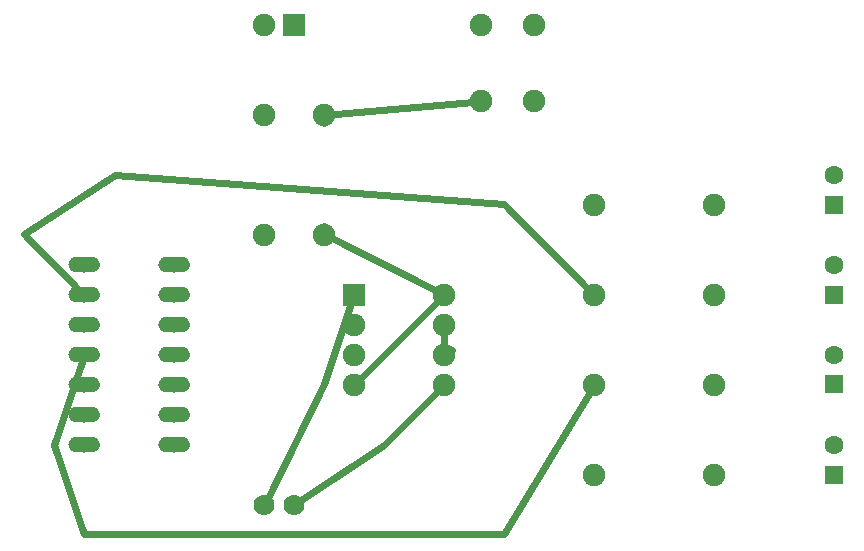
<source format=gbl>
G04 MADE WITH FRITZING*
G04 WWW.FRITZING.ORG*
G04 DOUBLE SIDED*
G04 HOLES PLATED*
G04 CONTOUR ON CENTER OF CONTOUR VECTOR*
%ASAXBY*%
%FSLAX23Y23*%
%MOIN*%
%OFA0B0*%
%SFA1.0B1.0*%
%ADD10C,0.075000*%
%ADD11C,0.070000*%
%ADD12C,0.062992*%
%ADD13C,0.052000*%
%ADD14R,0.075000X0.075000*%
%ADD15R,0.062992X0.062992*%
%ADD16C,0.024000*%
%ADD17R,0.001000X0.001000*%
%LNCOPPER0*%
G90*
G70*
G54D10*
X1197Y1629D03*
X1197Y1229D03*
X997Y1629D03*
X997Y1229D03*
X1097Y1929D03*
X997Y1929D03*
G54D11*
X997Y329D03*
X1098Y329D03*
G54D10*
X1297Y1029D03*
X1597Y1029D03*
X1297Y929D03*
X1597Y929D03*
X1297Y829D03*
X1597Y829D03*
X1297Y729D03*
X1597Y729D03*
G54D12*
X2897Y1329D03*
X2897Y1427D03*
X2897Y730D03*
X2897Y829D03*
X2897Y1029D03*
X2897Y1127D03*
X2897Y429D03*
X2897Y527D03*
G54D10*
X1720Y1673D03*
X1720Y1929D03*
X1897Y1673D03*
X1897Y1929D03*
X2097Y1029D03*
X2497Y1029D03*
X2097Y729D03*
X2497Y729D03*
X2097Y1329D03*
X2497Y1329D03*
X2097Y429D03*
X2497Y429D03*
G54D13*
X397Y1129D03*
X397Y1029D03*
X397Y929D03*
X397Y829D03*
X397Y729D03*
X397Y629D03*
X397Y529D03*
X697Y529D03*
X697Y629D03*
X697Y729D03*
X697Y829D03*
X697Y929D03*
X697Y1029D03*
X697Y1129D03*
G54D14*
X1097Y1929D03*
X1297Y1029D03*
G54D15*
X2897Y1329D03*
X2897Y730D03*
X2897Y1029D03*
X2897Y429D03*
G54D16*
X1197Y730D02*
X1009Y352D01*
D02*
X1288Y1002D02*
X1197Y730D01*
D02*
X389Y803D02*
X296Y527D01*
D02*
X395Y230D02*
X1797Y230D01*
D02*
X1797Y230D02*
X2083Y704D01*
D02*
X296Y527D02*
X395Y230D01*
D02*
X499Y1429D02*
X1797Y1330D01*
D02*
X378Y1048D02*
X197Y1230D01*
D02*
X1797Y1330D02*
X2077Y1049D01*
D02*
X197Y1230D02*
X499Y1429D01*
D02*
X1197Y1627D02*
X1692Y1670D01*
D02*
X1197Y1600D02*
X1197Y1627D01*
D02*
X1577Y1008D02*
X1318Y749D01*
D02*
X1197Y1230D02*
X1197Y1257D01*
D02*
X1572Y1042D02*
X1197Y1230D01*
D02*
X1598Y829D02*
X1598Y900D01*
D02*
X1622Y843D02*
X1598Y829D01*
D02*
X1396Y527D02*
X1119Y343D01*
D02*
X1577Y708D02*
X1396Y527D01*
G54D17*
X369Y1155D02*
X424Y1155D01*
X669Y1155D02*
X724Y1155D01*
X364Y1154D02*
X430Y1154D01*
X664Y1154D02*
X730Y1154D01*
X361Y1153D02*
X433Y1153D01*
X661Y1153D02*
X732Y1153D01*
X359Y1152D02*
X434Y1152D01*
X659Y1152D02*
X734Y1152D01*
X357Y1151D02*
X436Y1151D01*
X657Y1151D02*
X736Y1151D01*
X356Y1150D02*
X438Y1150D01*
X656Y1150D02*
X738Y1150D01*
X355Y1149D02*
X439Y1149D01*
X655Y1149D02*
X739Y1149D01*
X354Y1148D02*
X440Y1148D01*
X654Y1148D02*
X740Y1148D01*
X353Y1147D02*
X441Y1147D01*
X653Y1147D02*
X741Y1147D01*
X352Y1146D02*
X442Y1146D01*
X652Y1146D02*
X742Y1146D01*
X351Y1145D02*
X395Y1145D01*
X398Y1145D02*
X443Y1145D01*
X651Y1145D02*
X695Y1145D01*
X698Y1145D02*
X743Y1145D01*
X350Y1144D02*
X391Y1144D01*
X403Y1144D02*
X444Y1144D01*
X650Y1144D02*
X691Y1144D01*
X703Y1144D02*
X744Y1144D01*
X349Y1143D02*
X389Y1143D01*
X405Y1143D02*
X444Y1143D01*
X649Y1143D02*
X689Y1143D01*
X705Y1143D02*
X744Y1143D01*
X349Y1142D02*
X387Y1142D01*
X407Y1142D02*
X445Y1142D01*
X649Y1142D02*
X687Y1142D01*
X707Y1142D02*
X745Y1142D01*
X348Y1141D02*
X386Y1141D01*
X408Y1141D02*
X445Y1141D01*
X648Y1141D02*
X686Y1141D01*
X708Y1141D02*
X745Y1141D01*
X348Y1140D02*
X385Y1140D01*
X409Y1140D02*
X446Y1140D01*
X648Y1140D02*
X685Y1140D01*
X709Y1140D02*
X746Y1140D01*
X347Y1139D02*
X384Y1139D01*
X410Y1139D02*
X446Y1139D01*
X647Y1139D02*
X684Y1139D01*
X710Y1139D02*
X746Y1139D01*
X347Y1138D02*
X383Y1138D01*
X411Y1138D02*
X447Y1138D01*
X647Y1138D02*
X683Y1138D01*
X711Y1138D02*
X747Y1138D01*
X347Y1137D02*
X382Y1137D01*
X411Y1137D02*
X447Y1137D01*
X647Y1137D02*
X682Y1137D01*
X711Y1137D02*
X747Y1137D01*
X346Y1136D02*
X382Y1136D01*
X412Y1136D02*
X447Y1136D01*
X646Y1136D02*
X682Y1136D01*
X712Y1136D02*
X747Y1136D01*
X346Y1135D02*
X381Y1135D01*
X412Y1135D02*
X448Y1135D01*
X646Y1135D02*
X681Y1135D01*
X712Y1135D02*
X748Y1135D01*
X346Y1134D02*
X381Y1134D01*
X412Y1134D02*
X448Y1134D01*
X646Y1134D02*
X681Y1134D01*
X712Y1134D02*
X748Y1134D01*
X346Y1133D02*
X381Y1133D01*
X413Y1133D02*
X448Y1133D01*
X646Y1133D02*
X681Y1133D01*
X713Y1133D02*
X748Y1133D01*
X345Y1132D02*
X381Y1132D01*
X413Y1132D02*
X448Y1132D01*
X645Y1132D02*
X681Y1132D01*
X713Y1132D02*
X748Y1132D01*
X345Y1131D02*
X381Y1131D01*
X413Y1131D02*
X448Y1131D01*
X645Y1131D02*
X680Y1131D01*
X713Y1131D02*
X748Y1131D01*
X345Y1130D02*
X380Y1130D01*
X413Y1130D02*
X448Y1130D01*
X645Y1130D02*
X680Y1130D01*
X713Y1130D02*
X748Y1130D01*
X345Y1129D02*
X380Y1129D01*
X413Y1129D02*
X448Y1129D01*
X645Y1129D02*
X680Y1129D01*
X713Y1129D02*
X748Y1129D01*
X345Y1128D02*
X380Y1128D01*
X413Y1128D02*
X448Y1128D01*
X645Y1128D02*
X680Y1128D01*
X713Y1128D02*
X748Y1128D01*
X345Y1127D02*
X381Y1127D01*
X413Y1127D02*
X448Y1127D01*
X645Y1127D02*
X681Y1127D01*
X713Y1127D02*
X748Y1127D01*
X346Y1126D02*
X381Y1126D01*
X413Y1126D02*
X448Y1126D01*
X645Y1126D02*
X681Y1126D01*
X713Y1126D02*
X748Y1126D01*
X346Y1125D02*
X381Y1125D01*
X413Y1125D02*
X448Y1125D01*
X646Y1125D02*
X681Y1125D01*
X713Y1125D02*
X748Y1125D01*
X346Y1124D02*
X381Y1124D01*
X412Y1124D02*
X448Y1124D01*
X646Y1124D02*
X681Y1124D01*
X712Y1124D02*
X748Y1124D01*
X346Y1123D02*
X382Y1123D01*
X412Y1123D02*
X448Y1123D01*
X646Y1123D02*
X682Y1123D01*
X712Y1123D02*
X748Y1123D01*
X346Y1122D02*
X382Y1122D01*
X412Y1122D02*
X447Y1122D01*
X646Y1122D02*
X682Y1122D01*
X712Y1122D02*
X747Y1122D01*
X347Y1121D02*
X383Y1121D01*
X411Y1121D02*
X447Y1121D01*
X647Y1121D02*
X683Y1121D01*
X711Y1121D02*
X747Y1121D01*
X347Y1120D02*
X383Y1120D01*
X410Y1120D02*
X447Y1120D01*
X647Y1120D02*
X683Y1120D01*
X710Y1120D02*
X747Y1120D01*
X347Y1119D02*
X384Y1119D01*
X410Y1119D02*
X446Y1119D01*
X647Y1119D02*
X684Y1119D01*
X710Y1119D02*
X746Y1119D01*
X348Y1118D02*
X385Y1118D01*
X409Y1118D02*
X446Y1118D01*
X648Y1118D02*
X685Y1118D01*
X709Y1118D02*
X746Y1118D01*
X348Y1117D02*
X386Y1117D01*
X408Y1117D02*
X445Y1117D01*
X648Y1117D02*
X686Y1117D01*
X708Y1117D02*
X745Y1117D01*
X349Y1116D02*
X387Y1116D01*
X406Y1116D02*
X445Y1116D01*
X649Y1116D02*
X687Y1116D01*
X706Y1116D02*
X745Y1116D01*
X350Y1115D02*
X389Y1115D01*
X405Y1115D02*
X444Y1115D01*
X649Y1115D02*
X689Y1115D01*
X705Y1115D02*
X744Y1115D01*
X350Y1114D02*
X391Y1114D01*
X402Y1114D02*
X443Y1114D01*
X650Y1114D02*
X691Y1114D01*
X702Y1114D02*
X743Y1114D01*
X351Y1113D02*
X443Y1113D01*
X651Y1113D02*
X743Y1113D01*
X352Y1112D02*
X442Y1112D01*
X652Y1112D02*
X742Y1112D01*
X353Y1111D02*
X441Y1111D01*
X653Y1111D02*
X741Y1111D01*
X354Y1110D02*
X440Y1110D01*
X654Y1110D02*
X740Y1110D01*
X355Y1109D02*
X439Y1109D01*
X655Y1109D02*
X739Y1109D01*
X356Y1108D02*
X437Y1108D01*
X656Y1108D02*
X737Y1108D01*
X358Y1107D02*
X436Y1107D01*
X658Y1107D02*
X736Y1107D01*
X360Y1106D02*
X434Y1106D01*
X660Y1106D02*
X734Y1106D01*
X362Y1105D02*
X432Y1105D01*
X662Y1105D02*
X732Y1105D01*
X365Y1104D02*
X429Y1104D01*
X665Y1104D02*
X729Y1104D01*
X369Y1055D02*
X424Y1055D01*
X669Y1055D02*
X724Y1055D01*
X364Y1054D02*
X430Y1054D01*
X664Y1054D02*
X730Y1054D01*
X361Y1053D02*
X433Y1053D01*
X661Y1053D02*
X733Y1053D01*
X359Y1052D02*
X434Y1052D01*
X659Y1052D02*
X734Y1052D01*
X357Y1051D02*
X436Y1051D01*
X657Y1051D02*
X736Y1051D01*
X356Y1050D02*
X438Y1050D01*
X656Y1050D02*
X738Y1050D01*
X355Y1049D02*
X439Y1049D01*
X655Y1049D02*
X739Y1049D01*
X354Y1048D02*
X440Y1048D01*
X654Y1048D02*
X740Y1048D01*
X353Y1047D02*
X441Y1047D01*
X653Y1047D02*
X741Y1047D01*
X352Y1046D02*
X442Y1046D01*
X652Y1046D02*
X742Y1046D01*
X351Y1045D02*
X395Y1045D01*
X398Y1045D02*
X443Y1045D01*
X651Y1045D02*
X695Y1045D01*
X698Y1045D02*
X743Y1045D01*
X350Y1044D02*
X391Y1044D01*
X403Y1044D02*
X444Y1044D01*
X650Y1044D02*
X691Y1044D01*
X703Y1044D02*
X744Y1044D01*
X349Y1043D02*
X389Y1043D01*
X405Y1043D02*
X444Y1043D01*
X649Y1043D02*
X689Y1043D01*
X705Y1043D02*
X744Y1043D01*
X349Y1042D02*
X387Y1042D01*
X407Y1042D02*
X445Y1042D01*
X649Y1042D02*
X687Y1042D01*
X707Y1042D02*
X745Y1042D01*
X348Y1041D02*
X386Y1041D01*
X408Y1041D02*
X445Y1041D01*
X648Y1041D02*
X686Y1041D01*
X708Y1041D02*
X745Y1041D01*
X348Y1040D02*
X385Y1040D01*
X409Y1040D02*
X446Y1040D01*
X648Y1040D02*
X685Y1040D01*
X709Y1040D02*
X746Y1040D01*
X347Y1039D02*
X384Y1039D01*
X410Y1039D02*
X446Y1039D01*
X647Y1039D02*
X684Y1039D01*
X710Y1039D02*
X746Y1039D01*
X347Y1038D02*
X383Y1038D01*
X411Y1038D02*
X447Y1038D01*
X647Y1038D02*
X683Y1038D01*
X711Y1038D02*
X747Y1038D01*
X347Y1037D02*
X382Y1037D01*
X411Y1037D02*
X447Y1037D01*
X647Y1037D02*
X682Y1037D01*
X711Y1037D02*
X747Y1037D01*
X346Y1036D02*
X382Y1036D01*
X412Y1036D02*
X447Y1036D01*
X646Y1036D02*
X682Y1036D01*
X712Y1036D02*
X747Y1036D01*
X346Y1035D02*
X381Y1035D01*
X412Y1035D02*
X448Y1035D01*
X646Y1035D02*
X681Y1035D01*
X712Y1035D02*
X748Y1035D01*
X346Y1034D02*
X381Y1034D01*
X412Y1034D02*
X448Y1034D01*
X646Y1034D02*
X681Y1034D01*
X712Y1034D02*
X748Y1034D01*
X346Y1033D02*
X381Y1033D01*
X413Y1033D02*
X448Y1033D01*
X646Y1033D02*
X681Y1033D01*
X713Y1033D02*
X748Y1033D01*
X345Y1032D02*
X381Y1032D01*
X413Y1032D02*
X448Y1032D01*
X645Y1032D02*
X681Y1032D01*
X713Y1032D02*
X748Y1032D01*
X345Y1031D02*
X381Y1031D01*
X413Y1031D02*
X448Y1031D01*
X645Y1031D02*
X680Y1031D01*
X713Y1031D02*
X748Y1031D01*
X345Y1030D02*
X380Y1030D01*
X413Y1030D02*
X448Y1030D01*
X645Y1030D02*
X680Y1030D01*
X713Y1030D02*
X748Y1030D01*
X345Y1029D02*
X380Y1029D01*
X413Y1029D02*
X448Y1029D01*
X645Y1029D02*
X680Y1029D01*
X713Y1029D02*
X748Y1029D01*
X345Y1028D02*
X380Y1028D01*
X413Y1028D02*
X448Y1028D01*
X645Y1028D02*
X680Y1028D01*
X713Y1028D02*
X748Y1028D01*
X345Y1027D02*
X381Y1027D01*
X413Y1027D02*
X448Y1027D01*
X645Y1027D02*
X681Y1027D01*
X713Y1027D02*
X748Y1027D01*
X346Y1026D02*
X381Y1026D01*
X413Y1026D02*
X448Y1026D01*
X645Y1026D02*
X681Y1026D01*
X713Y1026D02*
X748Y1026D01*
X346Y1025D02*
X381Y1025D01*
X413Y1025D02*
X448Y1025D01*
X646Y1025D02*
X681Y1025D01*
X713Y1025D02*
X748Y1025D01*
X346Y1024D02*
X381Y1024D01*
X412Y1024D02*
X448Y1024D01*
X646Y1024D02*
X681Y1024D01*
X712Y1024D02*
X748Y1024D01*
X346Y1023D02*
X382Y1023D01*
X412Y1023D02*
X448Y1023D01*
X646Y1023D02*
X682Y1023D01*
X712Y1023D02*
X748Y1023D01*
X346Y1022D02*
X382Y1022D01*
X412Y1022D02*
X447Y1022D01*
X646Y1022D02*
X682Y1022D01*
X712Y1022D02*
X747Y1022D01*
X347Y1021D02*
X383Y1021D01*
X411Y1021D02*
X447Y1021D01*
X647Y1021D02*
X683Y1021D01*
X711Y1021D02*
X747Y1021D01*
X347Y1020D02*
X383Y1020D01*
X410Y1020D02*
X447Y1020D01*
X647Y1020D02*
X683Y1020D01*
X710Y1020D02*
X747Y1020D01*
X347Y1019D02*
X384Y1019D01*
X410Y1019D02*
X446Y1019D01*
X647Y1019D02*
X684Y1019D01*
X710Y1019D02*
X746Y1019D01*
X348Y1018D02*
X385Y1018D01*
X409Y1018D02*
X446Y1018D01*
X648Y1018D02*
X685Y1018D01*
X709Y1018D02*
X746Y1018D01*
X348Y1017D02*
X386Y1017D01*
X408Y1017D02*
X445Y1017D01*
X648Y1017D02*
X686Y1017D01*
X708Y1017D02*
X745Y1017D01*
X349Y1016D02*
X387Y1016D01*
X406Y1016D02*
X445Y1016D01*
X649Y1016D02*
X687Y1016D01*
X706Y1016D02*
X745Y1016D01*
X350Y1015D02*
X389Y1015D01*
X405Y1015D02*
X444Y1015D01*
X650Y1015D02*
X689Y1015D01*
X705Y1015D02*
X744Y1015D01*
X350Y1014D02*
X391Y1014D01*
X402Y1014D02*
X443Y1014D01*
X650Y1014D02*
X691Y1014D01*
X702Y1014D02*
X743Y1014D01*
X351Y1013D02*
X443Y1013D01*
X651Y1013D02*
X743Y1013D01*
X352Y1012D02*
X442Y1012D01*
X652Y1012D02*
X742Y1012D01*
X353Y1011D02*
X441Y1011D01*
X653Y1011D02*
X741Y1011D01*
X354Y1010D02*
X440Y1010D01*
X654Y1010D02*
X740Y1010D01*
X355Y1009D02*
X439Y1009D01*
X655Y1009D02*
X739Y1009D01*
X356Y1008D02*
X437Y1008D01*
X656Y1008D02*
X737Y1008D01*
X358Y1007D02*
X436Y1007D01*
X658Y1007D02*
X736Y1007D01*
X360Y1006D02*
X434Y1006D01*
X660Y1006D02*
X734Y1006D01*
X362Y1005D02*
X432Y1005D01*
X662Y1005D02*
X732Y1005D01*
X365Y1004D02*
X429Y1004D01*
X665Y1004D02*
X729Y1004D01*
X369Y955D02*
X425Y955D01*
X669Y955D02*
X725Y955D01*
X364Y954D02*
X430Y954D01*
X664Y954D02*
X730Y954D01*
X361Y953D02*
X433Y953D01*
X661Y953D02*
X733Y953D01*
X359Y952D02*
X434Y952D01*
X659Y952D02*
X734Y952D01*
X357Y951D02*
X436Y951D01*
X657Y951D02*
X736Y951D01*
X356Y950D02*
X438Y950D01*
X656Y950D02*
X738Y950D01*
X355Y949D02*
X439Y949D01*
X655Y949D02*
X739Y949D01*
X354Y948D02*
X440Y948D01*
X654Y948D02*
X740Y948D01*
X353Y947D02*
X441Y947D01*
X652Y947D02*
X741Y947D01*
X352Y946D02*
X442Y946D01*
X652Y946D02*
X742Y946D01*
X351Y945D02*
X395Y945D01*
X398Y945D02*
X443Y945D01*
X651Y945D02*
X695Y945D01*
X698Y945D02*
X743Y945D01*
X350Y944D02*
X391Y944D01*
X403Y944D02*
X444Y944D01*
X650Y944D02*
X691Y944D01*
X703Y944D02*
X744Y944D01*
X349Y943D02*
X389Y943D01*
X405Y943D02*
X444Y943D01*
X649Y943D02*
X688Y943D01*
X705Y943D02*
X744Y943D01*
X349Y942D02*
X387Y942D01*
X407Y942D02*
X445Y942D01*
X649Y942D02*
X687Y942D01*
X707Y942D02*
X745Y942D01*
X348Y941D02*
X386Y941D01*
X408Y941D02*
X445Y941D01*
X648Y941D02*
X686Y941D01*
X708Y941D02*
X745Y941D01*
X348Y940D02*
X385Y940D01*
X409Y940D02*
X446Y940D01*
X648Y940D02*
X685Y940D01*
X709Y940D02*
X746Y940D01*
X347Y939D02*
X384Y939D01*
X410Y939D02*
X446Y939D01*
X647Y939D02*
X684Y939D01*
X710Y939D02*
X746Y939D01*
X347Y938D02*
X383Y938D01*
X411Y938D02*
X447Y938D01*
X647Y938D02*
X683Y938D01*
X711Y938D02*
X747Y938D01*
X347Y937D02*
X382Y937D01*
X411Y937D02*
X447Y937D01*
X647Y937D02*
X682Y937D01*
X711Y937D02*
X747Y937D01*
X346Y936D02*
X382Y936D01*
X412Y936D02*
X447Y936D01*
X646Y936D02*
X682Y936D01*
X712Y936D02*
X747Y936D01*
X346Y935D02*
X381Y935D01*
X412Y935D02*
X448Y935D01*
X646Y935D02*
X681Y935D01*
X712Y935D02*
X748Y935D01*
X346Y934D02*
X381Y934D01*
X412Y934D02*
X448Y934D01*
X646Y934D02*
X681Y934D01*
X712Y934D02*
X748Y934D01*
X346Y933D02*
X381Y933D01*
X413Y933D02*
X448Y933D01*
X646Y933D02*
X681Y933D01*
X713Y933D02*
X748Y933D01*
X345Y932D02*
X381Y932D01*
X413Y932D02*
X448Y932D01*
X645Y932D02*
X681Y932D01*
X713Y932D02*
X748Y932D01*
X345Y931D02*
X381Y931D01*
X413Y931D02*
X448Y931D01*
X645Y931D02*
X680Y931D01*
X713Y931D02*
X748Y931D01*
X345Y930D02*
X380Y930D01*
X413Y930D02*
X448Y930D01*
X645Y930D02*
X680Y930D01*
X713Y930D02*
X748Y930D01*
X345Y929D02*
X380Y929D01*
X413Y929D02*
X448Y929D01*
X645Y929D02*
X680Y929D01*
X713Y929D02*
X748Y929D01*
X345Y928D02*
X380Y928D01*
X413Y928D02*
X448Y928D01*
X645Y928D02*
X680Y928D01*
X713Y928D02*
X748Y928D01*
X345Y927D02*
X381Y927D01*
X413Y927D02*
X448Y927D01*
X645Y927D02*
X681Y927D01*
X713Y927D02*
X748Y927D01*
X346Y926D02*
X381Y926D01*
X413Y926D02*
X448Y926D01*
X645Y926D02*
X681Y926D01*
X713Y926D02*
X748Y926D01*
X346Y925D02*
X381Y925D01*
X413Y925D02*
X448Y925D01*
X646Y925D02*
X681Y925D01*
X713Y925D02*
X748Y925D01*
X346Y924D02*
X381Y924D01*
X412Y924D02*
X448Y924D01*
X646Y924D02*
X681Y924D01*
X712Y924D02*
X748Y924D01*
X346Y923D02*
X382Y923D01*
X412Y923D02*
X448Y923D01*
X646Y923D02*
X682Y923D01*
X712Y923D02*
X748Y923D01*
X346Y922D02*
X382Y922D01*
X412Y922D02*
X447Y922D01*
X646Y922D02*
X682Y922D01*
X712Y922D02*
X747Y922D01*
X347Y921D02*
X383Y921D01*
X411Y921D02*
X447Y921D01*
X647Y921D02*
X683Y921D01*
X711Y921D02*
X747Y921D01*
X347Y920D02*
X383Y920D01*
X410Y920D02*
X447Y920D01*
X647Y920D02*
X683Y920D01*
X710Y920D02*
X747Y920D01*
X347Y919D02*
X384Y919D01*
X410Y919D02*
X446Y919D01*
X647Y919D02*
X684Y919D01*
X710Y919D02*
X746Y919D01*
X348Y918D02*
X385Y918D01*
X409Y918D02*
X446Y918D01*
X648Y918D02*
X685Y918D01*
X709Y918D02*
X746Y918D01*
X348Y917D02*
X386Y917D01*
X408Y917D02*
X445Y917D01*
X648Y917D02*
X686Y917D01*
X708Y917D02*
X745Y917D01*
X349Y916D02*
X387Y916D01*
X406Y916D02*
X445Y916D01*
X649Y916D02*
X687Y916D01*
X706Y916D02*
X745Y916D01*
X350Y915D02*
X389Y915D01*
X405Y915D02*
X444Y915D01*
X650Y915D02*
X689Y915D01*
X705Y915D02*
X744Y915D01*
X350Y914D02*
X391Y914D01*
X402Y914D02*
X443Y914D01*
X650Y914D02*
X691Y914D01*
X702Y914D02*
X743Y914D01*
X351Y913D02*
X443Y913D01*
X651Y913D02*
X743Y913D01*
X352Y912D02*
X442Y912D01*
X652Y912D02*
X742Y912D01*
X353Y911D02*
X441Y911D01*
X653Y911D02*
X741Y911D01*
X354Y910D02*
X440Y910D01*
X654Y910D02*
X740Y910D01*
X355Y909D02*
X439Y909D01*
X655Y909D02*
X739Y909D01*
X356Y908D02*
X437Y908D01*
X656Y908D02*
X737Y908D01*
X358Y907D02*
X436Y907D01*
X658Y907D02*
X736Y907D01*
X360Y906D02*
X434Y906D01*
X660Y906D02*
X734Y906D01*
X362Y905D02*
X432Y905D01*
X662Y905D02*
X732Y905D01*
X365Y904D02*
X429Y904D01*
X665Y904D02*
X729Y904D01*
X369Y855D02*
X425Y855D01*
X669Y855D02*
X725Y855D01*
X364Y854D02*
X430Y854D01*
X664Y854D02*
X730Y854D01*
X361Y853D02*
X433Y853D01*
X661Y853D02*
X733Y853D01*
X359Y852D02*
X434Y852D01*
X659Y852D02*
X734Y852D01*
X357Y851D02*
X436Y851D01*
X657Y851D02*
X736Y851D01*
X356Y850D02*
X438Y850D01*
X656Y850D02*
X738Y850D01*
X355Y849D02*
X439Y849D01*
X655Y849D02*
X739Y849D01*
X354Y848D02*
X440Y848D01*
X653Y848D02*
X740Y848D01*
X353Y847D02*
X441Y847D01*
X652Y847D02*
X741Y847D01*
X352Y846D02*
X442Y846D01*
X652Y846D02*
X742Y846D01*
X351Y845D02*
X395Y845D01*
X399Y845D02*
X443Y845D01*
X651Y845D02*
X695Y845D01*
X699Y845D02*
X743Y845D01*
X350Y844D02*
X391Y844D01*
X403Y844D02*
X444Y844D01*
X650Y844D02*
X690Y844D01*
X703Y844D02*
X744Y844D01*
X349Y843D02*
X388Y843D01*
X405Y843D02*
X444Y843D01*
X649Y843D02*
X688Y843D01*
X705Y843D02*
X744Y843D01*
X349Y842D02*
X387Y842D01*
X407Y842D02*
X445Y842D01*
X649Y842D02*
X687Y842D01*
X707Y842D02*
X745Y842D01*
X348Y841D02*
X386Y841D01*
X408Y841D02*
X445Y841D01*
X648Y841D02*
X686Y841D01*
X708Y841D02*
X745Y841D01*
X348Y840D02*
X385Y840D01*
X409Y840D02*
X446Y840D01*
X648Y840D02*
X685Y840D01*
X709Y840D02*
X746Y840D01*
X347Y839D02*
X384Y839D01*
X410Y839D02*
X446Y839D01*
X647Y839D02*
X684Y839D01*
X710Y839D02*
X746Y839D01*
X347Y838D02*
X383Y838D01*
X411Y838D02*
X447Y838D01*
X647Y838D02*
X683Y838D01*
X711Y838D02*
X747Y838D01*
X347Y837D02*
X382Y837D01*
X411Y837D02*
X447Y837D01*
X647Y837D02*
X682Y837D01*
X711Y837D02*
X747Y837D01*
X346Y836D02*
X382Y836D01*
X412Y836D02*
X447Y836D01*
X646Y836D02*
X682Y836D01*
X712Y836D02*
X747Y836D01*
X346Y835D02*
X381Y835D01*
X412Y835D02*
X448Y835D01*
X646Y835D02*
X681Y835D01*
X712Y835D02*
X748Y835D01*
X346Y834D02*
X381Y834D01*
X412Y834D02*
X448Y834D01*
X646Y834D02*
X681Y834D01*
X712Y834D02*
X748Y834D01*
X346Y833D02*
X381Y833D01*
X413Y833D02*
X448Y833D01*
X646Y833D02*
X681Y833D01*
X713Y833D02*
X748Y833D01*
X345Y832D02*
X381Y832D01*
X413Y832D02*
X448Y832D01*
X645Y832D02*
X681Y832D01*
X713Y832D02*
X748Y832D01*
X345Y831D02*
X381Y831D01*
X413Y831D02*
X448Y831D01*
X645Y831D02*
X680Y831D01*
X713Y831D02*
X748Y831D01*
X345Y830D02*
X380Y830D01*
X413Y830D02*
X448Y830D01*
X645Y830D02*
X680Y830D01*
X713Y830D02*
X748Y830D01*
X345Y829D02*
X380Y829D01*
X413Y829D02*
X448Y829D01*
X645Y829D02*
X680Y829D01*
X713Y829D02*
X748Y829D01*
X345Y828D02*
X380Y828D01*
X413Y828D02*
X448Y828D01*
X645Y828D02*
X680Y828D01*
X713Y828D02*
X748Y828D01*
X345Y827D02*
X381Y827D01*
X413Y827D02*
X448Y827D01*
X645Y827D02*
X681Y827D01*
X713Y827D02*
X748Y827D01*
X346Y826D02*
X381Y826D01*
X413Y826D02*
X448Y826D01*
X645Y826D02*
X681Y826D01*
X713Y826D02*
X748Y826D01*
X346Y825D02*
X381Y825D01*
X413Y825D02*
X448Y825D01*
X646Y825D02*
X681Y825D01*
X713Y825D02*
X748Y825D01*
X346Y824D02*
X381Y824D01*
X412Y824D02*
X448Y824D01*
X646Y824D02*
X681Y824D01*
X712Y824D02*
X748Y824D01*
X346Y823D02*
X382Y823D01*
X412Y823D02*
X448Y823D01*
X646Y823D02*
X682Y823D01*
X712Y823D02*
X748Y823D01*
X346Y822D02*
X382Y822D01*
X412Y822D02*
X447Y822D01*
X646Y822D02*
X682Y822D01*
X712Y822D02*
X747Y822D01*
X347Y821D02*
X383Y821D01*
X411Y821D02*
X447Y821D01*
X647Y821D02*
X683Y821D01*
X711Y821D02*
X747Y821D01*
X347Y820D02*
X383Y820D01*
X410Y820D02*
X447Y820D01*
X647Y820D02*
X683Y820D01*
X710Y820D02*
X747Y820D01*
X347Y819D02*
X384Y819D01*
X410Y819D02*
X446Y819D01*
X647Y819D02*
X684Y819D01*
X710Y819D02*
X746Y819D01*
X348Y818D02*
X385Y818D01*
X409Y818D02*
X446Y818D01*
X648Y818D02*
X685Y818D01*
X709Y818D02*
X746Y818D01*
X348Y817D02*
X386Y817D01*
X408Y817D02*
X445Y817D01*
X648Y817D02*
X686Y817D01*
X708Y817D02*
X745Y817D01*
X349Y816D02*
X387Y816D01*
X406Y816D02*
X445Y816D01*
X649Y816D02*
X687Y816D01*
X706Y816D02*
X745Y816D01*
X350Y815D02*
X389Y815D01*
X405Y815D02*
X444Y815D01*
X650Y815D02*
X689Y815D01*
X705Y815D02*
X744Y815D01*
X350Y814D02*
X391Y814D01*
X402Y814D02*
X443Y814D01*
X650Y814D02*
X691Y814D01*
X702Y814D02*
X743Y814D01*
X351Y813D02*
X443Y813D01*
X651Y813D02*
X743Y813D01*
X352Y812D02*
X442Y812D01*
X652Y812D02*
X742Y812D01*
X353Y811D02*
X441Y811D01*
X653Y811D02*
X741Y811D01*
X354Y810D02*
X440Y810D01*
X654Y810D02*
X740Y810D01*
X355Y809D02*
X439Y809D01*
X655Y809D02*
X739Y809D01*
X356Y808D02*
X437Y808D01*
X656Y808D02*
X737Y808D01*
X358Y807D02*
X436Y807D01*
X658Y807D02*
X736Y807D01*
X360Y806D02*
X434Y806D01*
X660Y806D02*
X734Y806D01*
X362Y805D02*
X432Y805D01*
X662Y805D02*
X732Y805D01*
X365Y804D02*
X429Y804D01*
X665Y804D02*
X729Y804D01*
X369Y755D02*
X425Y755D01*
X669Y755D02*
X725Y755D01*
X364Y754D02*
X430Y754D01*
X664Y754D02*
X730Y754D01*
X361Y753D02*
X433Y753D01*
X661Y753D02*
X733Y753D01*
X359Y752D02*
X434Y752D01*
X659Y752D02*
X734Y752D01*
X357Y751D02*
X436Y751D01*
X657Y751D02*
X736Y751D01*
X356Y750D02*
X438Y750D01*
X656Y750D02*
X738Y750D01*
X355Y749D02*
X439Y749D01*
X655Y749D02*
X739Y749D01*
X354Y748D02*
X440Y748D01*
X653Y748D02*
X740Y748D01*
X353Y747D02*
X441Y747D01*
X652Y747D02*
X741Y747D01*
X352Y746D02*
X442Y746D01*
X652Y746D02*
X742Y746D01*
X351Y745D02*
X395Y745D01*
X399Y745D02*
X443Y745D01*
X651Y745D02*
X695Y745D01*
X699Y745D02*
X743Y745D01*
X350Y744D02*
X391Y744D01*
X403Y744D02*
X444Y744D01*
X650Y744D02*
X690Y744D01*
X703Y744D02*
X744Y744D01*
X349Y743D02*
X388Y743D01*
X405Y743D02*
X444Y743D01*
X649Y743D02*
X688Y743D01*
X705Y743D02*
X744Y743D01*
X349Y742D02*
X387Y742D01*
X407Y742D02*
X445Y742D01*
X649Y742D02*
X687Y742D01*
X707Y742D02*
X745Y742D01*
X348Y741D02*
X386Y741D01*
X408Y741D02*
X445Y741D01*
X648Y741D02*
X686Y741D01*
X708Y741D02*
X745Y741D01*
X348Y740D02*
X385Y740D01*
X409Y740D02*
X446Y740D01*
X648Y740D02*
X685Y740D01*
X709Y740D02*
X746Y740D01*
X347Y739D02*
X384Y739D01*
X410Y739D02*
X446Y739D01*
X647Y739D02*
X684Y739D01*
X710Y739D02*
X746Y739D01*
X347Y738D02*
X383Y738D01*
X411Y738D02*
X447Y738D01*
X647Y738D02*
X683Y738D01*
X711Y738D02*
X747Y738D01*
X347Y737D02*
X382Y737D01*
X411Y737D02*
X447Y737D01*
X647Y737D02*
X682Y737D01*
X711Y737D02*
X747Y737D01*
X346Y736D02*
X382Y736D01*
X412Y736D02*
X447Y736D01*
X646Y736D02*
X682Y736D01*
X712Y736D02*
X747Y736D01*
X346Y735D02*
X381Y735D01*
X412Y735D02*
X448Y735D01*
X646Y735D02*
X681Y735D01*
X712Y735D02*
X748Y735D01*
X346Y734D02*
X381Y734D01*
X412Y734D02*
X448Y734D01*
X646Y734D02*
X681Y734D01*
X712Y734D02*
X748Y734D01*
X346Y733D02*
X381Y733D01*
X413Y733D02*
X448Y733D01*
X646Y733D02*
X681Y733D01*
X713Y733D02*
X748Y733D01*
X345Y732D02*
X381Y732D01*
X413Y732D02*
X448Y732D01*
X645Y732D02*
X681Y732D01*
X713Y732D02*
X748Y732D01*
X345Y731D02*
X381Y731D01*
X413Y731D02*
X448Y731D01*
X645Y731D02*
X680Y731D01*
X713Y731D02*
X748Y731D01*
X345Y730D02*
X380Y730D01*
X413Y730D02*
X448Y730D01*
X645Y730D02*
X680Y730D01*
X713Y730D02*
X748Y730D01*
X345Y729D02*
X380Y729D01*
X413Y729D02*
X448Y729D01*
X645Y729D02*
X680Y729D01*
X713Y729D02*
X748Y729D01*
X345Y728D02*
X380Y728D01*
X413Y728D02*
X448Y728D01*
X645Y728D02*
X680Y728D01*
X713Y728D02*
X748Y728D01*
X345Y727D02*
X381Y727D01*
X413Y727D02*
X448Y727D01*
X645Y727D02*
X681Y727D01*
X713Y727D02*
X748Y727D01*
X346Y726D02*
X381Y726D01*
X413Y726D02*
X448Y726D01*
X645Y726D02*
X681Y726D01*
X713Y726D02*
X748Y726D01*
X346Y725D02*
X381Y725D01*
X413Y725D02*
X448Y725D01*
X646Y725D02*
X681Y725D01*
X713Y725D02*
X748Y725D01*
X346Y724D02*
X381Y724D01*
X412Y724D02*
X448Y724D01*
X646Y724D02*
X681Y724D01*
X712Y724D02*
X748Y724D01*
X346Y723D02*
X382Y723D01*
X412Y723D02*
X448Y723D01*
X646Y723D02*
X682Y723D01*
X712Y723D02*
X748Y723D01*
X346Y722D02*
X382Y722D01*
X412Y722D02*
X447Y722D01*
X646Y722D02*
X682Y722D01*
X712Y722D02*
X747Y722D01*
X347Y721D02*
X383Y721D01*
X411Y721D02*
X447Y721D01*
X647Y721D02*
X683Y721D01*
X711Y721D02*
X747Y721D01*
X347Y720D02*
X383Y720D01*
X410Y720D02*
X447Y720D01*
X647Y720D02*
X683Y720D01*
X710Y720D02*
X747Y720D01*
X347Y719D02*
X384Y719D01*
X410Y719D02*
X446Y719D01*
X647Y719D02*
X684Y719D01*
X710Y719D02*
X746Y719D01*
X348Y718D02*
X385Y718D01*
X409Y718D02*
X446Y718D01*
X648Y718D02*
X685Y718D01*
X709Y718D02*
X746Y718D01*
X348Y717D02*
X386Y717D01*
X408Y717D02*
X445Y717D01*
X648Y717D02*
X686Y717D01*
X708Y717D02*
X745Y717D01*
X349Y716D02*
X387Y716D01*
X406Y716D02*
X445Y716D01*
X649Y716D02*
X687Y716D01*
X706Y716D02*
X745Y716D01*
X350Y715D02*
X389Y715D01*
X405Y715D02*
X444Y715D01*
X650Y715D02*
X689Y715D01*
X705Y715D02*
X744Y715D01*
X350Y714D02*
X391Y714D01*
X402Y714D02*
X443Y714D01*
X650Y714D02*
X691Y714D01*
X702Y714D02*
X743Y714D01*
X351Y713D02*
X443Y713D01*
X651Y713D02*
X743Y713D01*
X352Y712D02*
X442Y712D01*
X652Y712D02*
X742Y712D01*
X353Y711D02*
X441Y711D01*
X653Y711D02*
X741Y711D01*
X354Y710D02*
X440Y710D01*
X654Y710D02*
X740Y710D01*
X355Y709D02*
X439Y709D01*
X655Y709D02*
X739Y709D01*
X356Y708D02*
X437Y708D01*
X656Y708D02*
X737Y708D01*
X358Y707D02*
X436Y707D01*
X658Y707D02*
X736Y707D01*
X360Y706D02*
X434Y706D01*
X660Y706D02*
X734Y706D01*
X362Y705D02*
X432Y705D01*
X662Y705D02*
X732Y705D01*
X365Y704D02*
X429Y704D01*
X665Y704D02*
X729Y704D01*
X369Y655D02*
X425Y655D01*
X669Y655D02*
X725Y655D01*
X364Y654D02*
X430Y654D01*
X664Y654D02*
X730Y654D01*
X361Y653D02*
X433Y653D01*
X661Y653D02*
X733Y653D01*
X359Y652D02*
X434Y652D01*
X659Y652D02*
X734Y652D01*
X357Y651D02*
X436Y651D01*
X657Y651D02*
X736Y651D01*
X356Y650D02*
X438Y650D01*
X656Y650D02*
X738Y650D01*
X355Y649D02*
X439Y649D01*
X655Y649D02*
X739Y649D01*
X353Y648D02*
X440Y648D01*
X653Y648D02*
X740Y648D01*
X352Y647D02*
X441Y647D01*
X652Y647D02*
X741Y647D01*
X352Y646D02*
X442Y646D01*
X652Y646D02*
X742Y646D01*
X351Y645D02*
X395Y645D01*
X399Y645D02*
X443Y645D01*
X651Y645D02*
X695Y645D01*
X699Y645D02*
X743Y645D01*
X350Y644D02*
X390Y644D01*
X403Y644D02*
X444Y644D01*
X650Y644D02*
X690Y644D01*
X703Y644D02*
X744Y644D01*
X349Y643D02*
X388Y643D01*
X405Y643D02*
X444Y643D01*
X649Y643D02*
X688Y643D01*
X705Y643D02*
X744Y643D01*
X349Y642D02*
X387Y642D01*
X407Y642D02*
X445Y642D01*
X649Y642D02*
X687Y642D01*
X707Y642D02*
X745Y642D01*
X348Y641D02*
X386Y641D01*
X408Y641D02*
X445Y641D01*
X648Y641D02*
X686Y641D01*
X708Y641D02*
X745Y641D01*
X348Y640D02*
X385Y640D01*
X409Y640D02*
X446Y640D01*
X648Y640D02*
X685Y640D01*
X709Y640D02*
X746Y640D01*
X347Y639D02*
X384Y639D01*
X410Y639D02*
X446Y639D01*
X647Y639D02*
X684Y639D01*
X710Y639D02*
X746Y639D01*
X347Y638D02*
X383Y638D01*
X411Y638D02*
X447Y638D01*
X647Y638D02*
X683Y638D01*
X711Y638D02*
X747Y638D01*
X347Y637D02*
X382Y637D01*
X411Y637D02*
X447Y637D01*
X647Y637D02*
X682Y637D01*
X711Y637D02*
X747Y637D01*
X346Y636D02*
X382Y636D01*
X412Y636D02*
X447Y636D01*
X646Y636D02*
X682Y636D01*
X712Y636D02*
X747Y636D01*
X346Y635D02*
X381Y635D01*
X412Y635D02*
X448Y635D01*
X646Y635D02*
X681Y635D01*
X712Y635D02*
X748Y635D01*
X346Y634D02*
X381Y634D01*
X412Y634D02*
X448Y634D01*
X646Y634D02*
X681Y634D01*
X712Y634D02*
X748Y634D01*
X346Y633D02*
X381Y633D01*
X413Y633D02*
X448Y633D01*
X646Y633D02*
X681Y633D01*
X713Y633D02*
X748Y633D01*
X345Y632D02*
X381Y632D01*
X413Y632D02*
X448Y632D01*
X645Y632D02*
X681Y632D01*
X713Y632D02*
X748Y632D01*
X345Y631D02*
X381Y631D01*
X413Y631D02*
X448Y631D01*
X645Y631D02*
X680Y631D01*
X713Y631D02*
X748Y631D01*
X345Y630D02*
X380Y630D01*
X413Y630D02*
X448Y630D01*
X645Y630D02*
X680Y630D01*
X713Y630D02*
X748Y630D01*
X345Y629D02*
X380Y629D01*
X413Y629D02*
X448Y629D01*
X645Y629D02*
X680Y629D01*
X713Y629D02*
X748Y629D01*
X345Y628D02*
X380Y628D01*
X413Y628D02*
X448Y628D01*
X645Y628D02*
X680Y628D01*
X713Y628D02*
X748Y628D01*
X345Y627D02*
X381Y627D01*
X413Y627D02*
X448Y627D01*
X645Y627D02*
X681Y627D01*
X713Y627D02*
X748Y627D01*
X346Y626D02*
X381Y626D01*
X413Y626D02*
X448Y626D01*
X645Y626D02*
X681Y626D01*
X713Y626D02*
X748Y626D01*
X346Y625D02*
X381Y625D01*
X413Y625D02*
X448Y625D01*
X646Y625D02*
X681Y625D01*
X713Y625D02*
X748Y625D01*
X346Y624D02*
X381Y624D01*
X412Y624D02*
X448Y624D01*
X646Y624D02*
X681Y624D01*
X712Y624D02*
X748Y624D01*
X346Y623D02*
X382Y623D01*
X412Y623D02*
X448Y623D01*
X646Y623D02*
X682Y623D01*
X712Y623D02*
X748Y623D01*
X346Y622D02*
X382Y622D01*
X412Y622D02*
X447Y622D01*
X646Y622D02*
X682Y622D01*
X712Y622D02*
X747Y622D01*
X347Y621D02*
X383Y621D01*
X411Y621D02*
X447Y621D01*
X647Y621D02*
X683Y621D01*
X711Y621D02*
X747Y621D01*
X347Y620D02*
X383Y620D01*
X410Y620D02*
X447Y620D01*
X647Y620D02*
X683Y620D01*
X710Y620D02*
X747Y620D01*
X347Y619D02*
X384Y619D01*
X410Y619D02*
X446Y619D01*
X647Y619D02*
X684Y619D01*
X710Y619D02*
X746Y619D01*
X348Y618D02*
X385Y618D01*
X409Y618D02*
X446Y618D01*
X648Y618D02*
X685Y618D01*
X709Y618D02*
X746Y618D01*
X348Y617D02*
X386Y617D01*
X408Y617D02*
X445Y617D01*
X648Y617D02*
X686Y617D01*
X708Y617D02*
X745Y617D01*
X349Y616D02*
X387Y616D01*
X406Y616D02*
X445Y616D01*
X649Y616D02*
X687Y616D01*
X706Y616D02*
X745Y616D01*
X350Y615D02*
X389Y615D01*
X405Y615D02*
X444Y615D01*
X650Y615D02*
X689Y615D01*
X705Y615D02*
X744Y615D01*
X350Y614D02*
X391Y614D01*
X402Y614D02*
X443Y614D01*
X650Y614D02*
X691Y614D01*
X702Y614D02*
X743Y614D01*
X351Y613D02*
X443Y613D01*
X651Y613D02*
X743Y613D01*
X352Y612D02*
X442Y612D01*
X652Y612D02*
X742Y612D01*
X353Y611D02*
X441Y611D01*
X653Y611D02*
X741Y611D01*
X354Y610D02*
X440Y610D01*
X654Y610D02*
X740Y610D01*
X355Y609D02*
X439Y609D01*
X655Y609D02*
X739Y609D01*
X356Y608D02*
X437Y608D01*
X656Y608D02*
X737Y608D01*
X358Y607D02*
X436Y607D01*
X658Y607D02*
X736Y607D01*
X360Y606D02*
X434Y606D01*
X660Y606D02*
X734Y606D01*
X362Y605D02*
X432Y605D01*
X662Y605D02*
X732Y605D01*
X365Y604D02*
X429Y604D01*
X665Y604D02*
X729Y604D01*
X369Y555D02*
X425Y555D01*
X669Y555D02*
X725Y555D01*
X364Y554D02*
X430Y554D01*
X664Y554D02*
X730Y554D01*
X361Y553D02*
X433Y553D01*
X661Y553D02*
X733Y553D01*
X359Y552D02*
X434Y552D01*
X659Y552D02*
X734Y552D01*
X357Y551D02*
X436Y551D01*
X657Y551D02*
X736Y551D01*
X356Y550D02*
X438Y550D01*
X656Y550D02*
X738Y550D01*
X355Y549D02*
X439Y549D01*
X655Y549D02*
X739Y549D01*
X353Y548D02*
X440Y548D01*
X653Y548D02*
X740Y548D01*
X352Y547D02*
X441Y547D01*
X652Y547D02*
X741Y547D01*
X352Y546D02*
X442Y546D01*
X652Y546D02*
X742Y546D01*
X351Y545D02*
X395Y545D01*
X399Y545D02*
X443Y545D01*
X651Y545D02*
X695Y545D01*
X699Y545D02*
X743Y545D01*
X350Y544D02*
X390Y544D01*
X403Y544D02*
X444Y544D01*
X650Y544D02*
X690Y544D01*
X703Y544D02*
X744Y544D01*
X349Y543D02*
X388Y543D01*
X405Y543D02*
X444Y543D01*
X649Y543D02*
X688Y543D01*
X705Y543D02*
X744Y543D01*
X349Y542D02*
X387Y542D01*
X407Y542D02*
X445Y542D01*
X649Y542D02*
X687Y542D01*
X707Y542D02*
X745Y542D01*
X348Y541D02*
X386Y541D01*
X408Y541D02*
X445Y541D01*
X648Y541D02*
X686Y541D01*
X708Y541D02*
X745Y541D01*
X348Y540D02*
X385Y540D01*
X409Y540D02*
X446Y540D01*
X648Y540D02*
X685Y540D01*
X709Y540D02*
X746Y540D01*
X347Y539D02*
X384Y539D01*
X410Y539D02*
X446Y539D01*
X647Y539D02*
X684Y539D01*
X710Y539D02*
X746Y539D01*
X347Y538D02*
X383Y538D01*
X411Y538D02*
X447Y538D01*
X647Y538D02*
X683Y538D01*
X711Y538D02*
X747Y538D01*
X347Y537D02*
X382Y537D01*
X411Y537D02*
X447Y537D01*
X647Y537D02*
X682Y537D01*
X711Y537D02*
X747Y537D01*
X346Y536D02*
X382Y536D01*
X412Y536D02*
X447Y536D01*
X646Y536D02*
X682Y536D01*
X712Y536D02*
X747Y536D01*
X346Y535D02*
X381Y535D01*
X412Y535D02*
X448Y535D01*
X646Y535D02*
X681Y535D01*
X712Y535D02*
X748Y535D01*
X346Y534D02*
X381Y534D01*
X412Y534D02*
X448Y534D01*
X646Y534D02*
X681Y534D01*
X712Y534D02*
X748Y534D01*
X346Y533D02*
X381Y533D01*
X413Y533D02*
X448Y533D01*
X646Y533D02*
X681Y533D01*
X713Y533D02*
X748Y533D01*
X345Y532D02*
X381Y532D01*
X413Y532D02*
X448Y532D01*
X645Y532D02*
X681Y532D01*
X713Y532D02*
X748Y532D01*
X345Y531D02*
X381Y531D01*
X413Y531D02*
X448Y531D01*
X645Y531D02*
X680Y531D01*
X713Y531D02*
X748Y531D01*
X345Y530D02*
X380Y530D01*
X413Y530D02*
X448Y530D01*
X645Y530D02*
X680Y530D01*
X713Y530D02*
X748Y530D01*
X345Y529D02*
X380Y529D01*
X413Y529D02*
X448Y529D01*
X645Y529D02*
X680Y529D01*
X713Y529D02*
X748Y529D01*
X345Y528D02*
X380Y528D01*
X413Y528D02*
X448Y528D01*
X645Y528D02*
X680Y528D01*
X713Y528D02*
X748Y528D01*
X345Y527D02*
X381Y527D01*
X413Y527D02*
X448Y527D01*
X645Y527D02*
X681Y527D01*
X713Y527D02*
X748Y527D01*
X346Y526D02*
X381Y526D01*
X413Y526D02*
X448Y526D01*
X645Y526D02*
X681Y526D01*
X713Y526D02*
X748Y526D01*
X346Y525D02*
X381Y525D01*
X413Y525D02*
X448Y525D01*
X646Y525D02*
X681Y525D01*
X713Y525D02*
X748Y525D01*
X346Y524D02*
X381Y524D01*
X412Y524D02*
X448Y524D01*
X646Y524D02*
X681Y524D01*
X712Y524D02*
X748Y524D01*
X346Y523D02*
X382Y523D01*
X412Y523D02*
X448Y523D01*
X646Y523D02*
X682Y523D01*
X712Y523D02*
X748Y523D01*
X346Y522D02*
X382Y522D01*
X412Y522D02*
X447Y522D01*
X646Y522D02*
X682Y522D01*
X712Y522D02*
X747Y522D01*
X347Y521D02*
X383Y521D01*
X411Y521D02*
X447Y521D01*
X647Y521D02*
X683Y521D01*
X711Y521D02*
X747Y521D01*
X347Y520D02*
X383Y520D01*
X410Y520D02*
X447Y520D01*
X647Y520D02*
X683Y520D01*
X710Y520D02*
X747Y520D01*
X347Y519D02*
X384Y519D01*
X410Y519D02*
X446Y519D01*
X647Y519D02*
X684Y519D01*
X710Y519D02*
X746Y519D01*
X348Y518D02*
X385Y518D01*
X409Y518D02*
X446Y518D01*
X648Y518D02*
X685Y518D01*
X709Y518D02*
X746Y518D01*
X348Y517D02*
X386Y517D01*
X408Y517D02*
X445Y517D01*
X648Y517D02*
X686Y517D01*
X708Y517D02*
X745Y517D01*
X349Y516D02*
X387Y516D01*
X406Y516D02*
X445Y516D01*
X649Y516D02*
X687Y516D01*
X706Y516D02*
X745Y516D01*
X350Y515D02*
X389Y515D01*
X405Y515D02*
X444Y515D01*
X650Y515D02*
X689Y515D01*
X705Y515D02*
X744Y515D01*
X350Y514D02*
X391Y514D01*
X402Y514D02*
X443Y514D01*
X650Y514D02*
X691Y514D01*
X702Y514D02*
X743Y514D01*
X351Y513D02*
X443Y513D01*
X651Y513D02*
X743Y513D01*
X352Y512D02*
X442Y512D01*
X652Y512D02*
X742Y512D01*
X353Y511D02*
X441Y511D01*
X653Y511D02*
X741Y511D01*
X354Y510D02*
X440Y510D01*
X654Y510D02*
X740Y510D01*
X355Y509D02*
X439Y509D01*
X655Y509D02*
X739Y509D01*
X356Y508D02*
X437Y508D01*
X656Y508D02*
X737Y508D01*
X358Y507D02*
X436Y507D01*
X658Y507D02*
X736Y507D01*
X360Y506D02*
X434Y506D01*
X660Y506D02*
X734Y506D01*
X362Y505D02*
X432Y505D01*
X662Y505D02*
X732Y505D01*
X365Y504D02*
X429Y504D01*
X665Y504D02*
X729Y504D01*
D02*
G04 End of Copper0*
M02*
</source>
